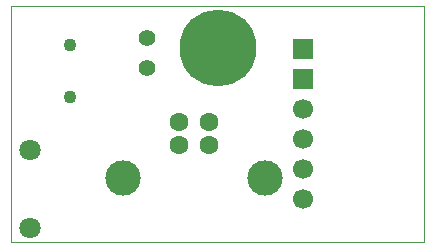
<source format=gbs>
G04 #@! TF.FileFunction,Soldermask,Bot*
%FSLAX46Y46*%
G04 Gerber Fmt 4.6, Leading zero omitted, Abs format (unit mm)*
G04 Created by KiCad (PCBNEW 0.201501310101+5397~21~ubuntu14.10.1-product) date Sunday 01 February 2015 07:02:43 PM IST*
%MOMM*%
G01*
G04 APERTURE LIST*
%ADD10C,0.100000*%
%ADD11C,1.100000*%
%ADD12C,6.500000*%
%ADD13C,1.800000*%
%ADD14C,1.397000*%
%ADD15R,1.700000X1.700000*%
%ADD16C,1.700000*%
%ADD17C,1.600000*%
%ADD18C,3.000000*%
G04 APERTURE END LIST*
D10*
X29500000Y-44500000D02*
X29500000Y-24500000D01*
X64500000Y-44500000D02*
X29500000Y-44500000D01*
X64500000Y-24500000D02*
X64500000Y-44500000D01*
X29500000Y-24500000D02*
X64500000Y-24500000D01*
D11*
X34500000Y-27800000D03*
X34500000Y-32200000D03*
D12*
X47000000Y-28000000D03*
D13*
X31075000Y-36700000D03*
X31075000Y-43300000D03*
D14*
X41000000Y-29770000D03*
X41000000Y-27230000D03*
D15*
X54250000Y-28150000D03*
X54250000Y-30690000D03*
D16*
X54250000Y-33230000D03*
X54250000Y-35770000D03*
X54250000Y-38310000D03*
X54250000Y-40850000D03*
D17*
X43750000Y-34290000D03*
X46250000Y-34290000D03*
X46250000Y-36290000D03*
X43750000Y-36290000D03*
D18*
X38980000Y-39000000D03*
X51020000Y-39000000D03*
M02*

</source>
